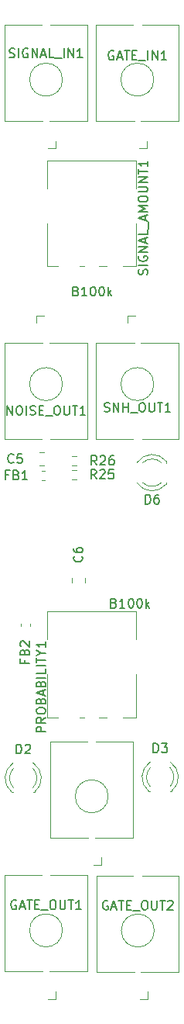
<source format=gbr>
%TF.GenerationSoftware,KiCad,Pcbnew,6.0.11+dfsg-1~bpo11+1*%
%TF.CreationDate,2023-06-07T14:09:25+08:00*%
%TF.ProjectId,MiniSNH v1.0 - Main,4d696e69-534e-4482-9076-312e30202d20,rev?*%
%TF.SameCoordinates,Original*%
%TF.FileFunction,Legend,Top*%
%TF.FilePolarity,Positive*%
%FSLAX46Y46*%
G04 Gerber Fmt 4.6, Leading zero omitted, Abs format (unit mm)*
G04 Created by KiCad (PCBNEW 6.0.11+dfsg-1~bpo11+1) date 2023-06-07 14:09:25*
%MOMM*%
%LPD*%
G01*
G04 APERTURE LIST*
%ADD10C,0.150000*%
%ADD11C,0.120000*%
G04 APERTURE END LIST*
D10*
%TO.C,R25*%
X145507142Y-112167380D02*
X145173809Y-111691190D01*
X144935714Y-112167380D02*
X144935714Y-111167380D01*
X145316666Y-111167380D01*
X145411904Y-111215000D01*
X145459523Y-111262619D01*
X145507142Y-111357857D01*
X145507142Y-111500714D01*
X145459523Y-111595952D01*
X145411904Y-111643571D01*
X145316666Y-111691190D01*
X144935714Y-111691190D01*
X145888095Y-111262619D02*
X145935714Y-111215000D01*
X146030952Y-111167380D01*
X146269047Y-111167380D01*
X146364285Y-111215000D01*
X146411904Y-111262619D01*
X146459523Y-111357857D01*
X146459523Y-111453095D01*
X146411904Y-111595952D01*
X145840476Y-112167380D01*
X146459523Y-112167380D01*
X147364285Y-111167380D02*
X146888095Y-111167380D01*
X146840476Y-111643571D01*
X146888095Y-111595952D01*
X146983333Y-111548333D01*
X147221428Y-111548333D01*
X147316666Y-111595952D01*
X147364285Y-111643571D01*
X147411904Y-111738809D01*
X147411904Y-111976904D01*
X147364285Y-112072142D01*
X147316666Y-112119761D01*
X147221428Y-112167380D01*
X146983333Y-112167380D01*
X146888095Y-112119761D01*
X146840476Y-112072142D01*
%TO.C,SNH_OUT1*%
X146380952Y-104804761D02*
X146523809Y-104852380D01*
X146761904Y-104852380D01*
X146857142Y-104804761D01*
X146904761Y-104757142D01*
X146952380Y-104661904D01*
X146952380Y-104566666D01*
X146904761Y-104471428D01*
X146857142Y-104423809D01*
X146761904Y-104376190D01*
X146571428Y-104328571D01*
X146476190Y-104280952D01*
X146428571Y-104233333D01*
X146380952Y-104138095D01*
X146380952Y-104042857D01*
X146428571Y-103947619D01*
X146476190Y-103900000D01*
X146571428Y-103852380D01*
X146809523Y-103852380D01*
X146952380Y-103900000D01*
X147380952Y-104852380D02*
X147380952Y-103852380D01*
X147952380Y-104852380D01*
X147952380Y-103852380D01*
X148428571Y-104852380D02*
X148428571Y-103852380D01*
X148428571Y-104328571D02*
X149000000Y-104328571D01*
X149000000Y-104852380D02*
X149000000Y-103852380D01*
X149238095Y-104947619D02*
X150000000Y-104947619D01*
X150428571Y-103852380D02*
X150619047Y-103852380D01*
X150714285Y-103900000D01*
X150809523Y-103995238D01*
X150857142Y-104185714D01*
X150857142Y-104519047D01*
X150809523Y-104709523D01*
X150714285Y-104804761D01*
X150619047Y-104852380D01*
X150428571Y-104852380D01*
X150333333Y-104804761D01*
X150238095Y-104709523D01*
X150190476Y-104519047D01*
X150190476Y-104185714D01*
X150238095Y-103995238D01*
X150333333Y-103900000D01*
X150428571Y-103852380D01*
X151285714Y-103852380D02*
X151285714Y-104661904D01*
X151333333Y-104757142D01*
X151380952Y-104804761D01*
X151476190Y-104852380D01*
X151666666Y-104852380D01*
X151761904Y-104804761D01*
X151809523Y-104757142D01*
X151857142Y-104661904D01*
X151857142Y-103852380D01*
X152190476Y-103852380D02*
X152761904Y-103852380D01*
X152476190Y-104852380D02*
X152476190Y-103852380D01*
X153619047Y-104852380D02*
X153047619Y-104852380D01*
X153333333Y-104852380D02*
X153333333Y-103852380D01*
X153238095Y-103995238D01*
X153142857Y-104090476D01*
X153047619Y-104138095D01*
%TO.C,C5*%
X136443333Y-110357142D02*
X136395714Y-110404761D01*
X136252857Y-110452380D01*
X136157619Y-110452380D01*
X136014761Y-110404761D01*
X135919523Y-110309523D01*
X135871904Y-110214285D01*
X135824285Y-110023809D01*
X135824285Y-109880952D01*
X135871904Y-109690476D01*
X135919523Y-109595238D01*
X136014761Y-109500000D01*
X136157619Y-109452380D01*
X136252857Y-109452380D01*
X136395714Y-109500000D01*
X136443333Y-109547619D01*
X137348095Y-109452380D02*
X136871904Y-109452380D01*
X136824285Y-109928571D01*
X136871904Y-109880952D01*
X136967142Y-109833333D01*
X137205238Y-109833333D01*
X137300476Y-109880952D01*
X137348095Y-109928571D01*
X137395714Y-110023809D01*
X137395714Y-110261904D01*
X137348095Y-110357142D01*
X137300476Y-110404761D01*
X137205238Y-110452380D01*
X136967142Y-110452380D01*
X136871904Y-110404761D01*
X136824285Y-110357142D01*
%TO.C,D6*%
X150880654Y-114912380D02*
X150880654Y-113912380D01*
X151118750Y-113912380D01*
X151261607Y-113960000D01*
X151356845Y-114055238D01*
X151404464Y-114150476D01*
X151452083Y-114340952D01*
X151452083Y-114483809D01*
X151404464Y-114674285D01*
X151356845Y-114769523D01*
X151261607Y-114864761D01*
X151118750Y-114912380D01*
X150880654Y-114912380D01*
X152309226Y-113912380D02*
X152118750Y-113912380D01*
X152023511Y-113960000D01*
X151975892Y-114007619D01*
X151880654Y-114150476D01*
X151833035Y-114340952D01*
X151833035Y-114721904D01*
X151880654Y-114817142D01*
X151928273Y-114864761D01*
X152023511Y-114912380D01*
X152213988Y-114912380D01*
X152309226Y-114864761D01*
X152356845Y-114817142D01*
X152404464Y-114721904D01*
X152404464Y-114483809D01*
X152356845Y-114388571D01*
X152309226Y-114340952D01*
X152213988Y-114293333D01*
X152023511Y-114293333D01*
X151928273Y-114340952D01*
X151880654Y-114388571D01*
X151833035Y-114483809D01*
%TO.C,GATE_IN1*%
X147380952Y-65500000D02*
X147285714Y-65452380D01*
X147142857Y-65452380D01*
X147000000Y-65500000D01*
X146904761Y-65595238D01*
X146857142Y-65690476D01*
X146809523Y-65880952D01*
X146809523Y-66023809D01*
X146857142Y-66214285D01*
X146904761Y-66309523D01*
X147000000Y-66404761D01*
X147142857Y-66452380D01*
X147238095Y-66452380D01*
X147380952Y-66404761D01*
X147428571Y-66357142D01*
X147428571Y-66023809D01*
X147238095Y-66023809D01*
X147809523Y-66166666D02*
X148285714Y-66166666D01*
X147714285Y-66452380D02*
X148047619Y-65452380D01*
X148380952Y-66452380D01*
X148571428Y-65452380D02*
X149142857Y-65452380D01*
X148857142Y-66452380D02*
X148857142Y-65452380D01*
X149476190Y-65928571D02*
X149809523Y-65928571D01*
X149952380Y-66452380D02*
X149476190Y-66452380D01*
X149476190Y-65452380D01*
X149952380Y-65452380D01*
X150142857Y-66547619D02*
X150904761Y-66547619D01*
X151142857Y-66452380D02*
X151142857Y-65452380D01*
X151619047Y-66452380D02*
X151619047Y-65452380D01*
X152190476Y-66452380D01*
X152190476Y-65452380D01*
X153190476Y-66452380D02*
X152619047Y-66452380D01*
X152904761Y-66452380D02*
X152904761Y-65452380D01*
X152809523Y-65595238D01*
X152714285Y-65690476D01*
X152619047Y-65738095D01*
%TO.C,D3*%
X151761904Y-142052380D02*
X151761904Y-141052380D01*
X152000000Y-141052380D01*
X152142857Y-141100000D01*
X152238095Y-141195238D01*
X152285714Y-141290476D01*
X152333333Y-141480952D01*
X152333333Y-141623809D01*
X152285714Y-141814285D01*
X152238095Y-141909523D01*
X152142857Y-142004761D01*
X152000000Y-142052380D01*
X151761904Y-142052380D01*
X152666666Y-141052380D02*
X153285714Y-141052380D01*
X152952380Y-141433333D01*
X153095238Y-141433333D01*
X153190476Y-141480952D01*
X153238095Y-141528571D01*
X153285714Y-141623809D01*
X153285714Y-141861904D01*
X153238095Y-141957142D01*
X153190476Y-142004761D01*
X153095238Y-142052380D01*
X152809523Y-142052380D01*
X152714285Y-142004761D01*
X152666666Y-141957142D01*
%TO.C,PROBABILITY1*%
X139952380Y-139780952D02*
X138952380Y-139780952D01*
X138952380Y-139400000D01*
X139000000Y-139304761D01*
X139047619Y-139257142D01*
X139142857Y-139209523D01*
X139285714Y-139209523D01*
X139380952Y-139257142D01*
X139428571Y-139304761D01*
X139476190Y-139400000D01*
X139476190Y-139780952D01*
X139952380Y-138209523D02*
X139476190Y-138542857D01*
X139952380Y-138780952D02*
X138952380Y-138780952D01*
X138952380Y-138400000D01*
X139000000Y-138304761D01*
X139047619Y-138257142D01*
X139142857Y-138209523D01*
X139285714Y-138209523D01*
X139380952Y-138257142D01*
X139428571Y-138304761D01*
X139476190Y-138400000D01*
X139476190Y-138780952D01*
X138952380Y-137590476D02*
X138952380Y-137400000D01*
X139000000Y-137304761D01*
X139095238Y-137209523D01*
X139285714Y-137161904D01*
X139619047Y-137161904D01*
X139809523Y-137209523D01*
X139904761Y-137304761D01*
X139952380Y-137400000D01*
X139952380Y-137590476D01*
X139904761Y-137685714D01*
X139809523Y-137780952D01*
X139619047Y-137828571D01*
X139285714Y-137828571D01*
X139095238Y-137780952D01*
X139000000Y-137685714D01*
X138952380Y-137590476D01*
X139428571Y-136400000D02*
X139476190Y-136257142D01*
X139523809Y-136209523D01*
X139619047Y-136161904D01*
X139761904Y-136161904D01*
X139857142Y-136209523D01*
X139904761Y-136257142D01*
X139952380Y-136352380D01*
X139952380Y-136733333D01*
X138952380Y-136733333D01*
X138952380Y-136400000D01*
X139000000Y-136304761D01*
X139047619Y-136257142D01*
X139142857Y-136209523D01*
X139238095Y-136209523D01*
X139333333Y-136257142D01*
X139380952Y-136304761D01*
X139428571Y-136400000D01*
X139428571Y-136733333D01*
X139666666Y-135780952D02*
X139666666Y-135304761D01*
X139952380Y-135876190D02*
X138952380Y-135542857D01*
X139952380Y-135209523D01*
X139428571Y-134542857D02*
X139476190Y-134400000D01*
X139523809Y-134352380D01*
X139619047Y-134304761D01*
X139761904Y-134304761D01*
X139857142Y-134352380D01*
X139904761Y-134400000D01*
X139952380Y-134495238D01*
X139952380Y-134876190D01*
X138952380Y-134876190D01*
X138952380Y-134542857D01*
X139000000Y-134447619D01*
X139047619Y-134400000D01*
X139142857Y-134352380D01*
X139238095Y-134352380D01*
X139333333Y-134400000D01*
X139380952Y-134447619D01*
X139428571Y-134542857D01*
X139428571Y-134876190D01*
X139952380Y-133876190D02*
X138952380Y-133876190D01*
X139952380Y-132923809D02*
X139952380Y-133400000D01*
X138952380Y-133400000D01*
X139952380Y-132590476D02*
X138952380Y-132590476D01*
X138952380Y-132257142D02*
X138952380Y-131685714D01*
X139952380Y-131971428D02*
X138952380Y-131971428D01*
X139476190Y-131161904D02*
X139952380Y-131161904D01*
X138952380Y-131495238D02*
X139476190Y-131161904D01*
X138952380Y-130828571D01*
X139952380Y-129971428D02*
X139952380Y-130542857D01*
X139952380Y-130257142D02*
X138952380Y-130257142D01*
X139095238Y-130352380D01*
X139190476Y-130447619D01*
X139238095Y-130542857D01*
X147438095Y-125728571D02*
X147580952Y-125776190D01*
X147628571Y-125823809D01*
X147676190Y-125919047D01*
X147676190Y-126061904D01*
X147628571Y-126157142D01*
X147580952Y-126204761D01*
X147485714Y-126252380D01*
X147104761Y-126252380D01*
X147104761Y-125252380D01*
X147438095Y-125252380D01*
X147533333Y-125300000D01*
X147580952Y-125347619D01*
X147628571Y-125442857D01*
X147628571Y-125538095D01*
X147580952Y-125633333D01*
X147533333Y-125680952D01*
X147438095Y-125728571D01*
X147104761Y-125728571D01*
X148628571Y-126252380D02*
X148057142Y-126252380D01*
X148342857Y-126252380D02*
X148342857Y-125252380D01*
X148247619Y-125395238D01*
X148152380Y-125490476D01*
X148057142Y-125538095D01*
X149247619Y-125252380D02*
X149342857Y-125252380D01*
X149438095Y-125300000D01*
X149485714Y-125347619D01*
X149533333Y-125442857D01*
X149580952Y-125633333D01*
X149580952Y-125871428D01*
X149533333Y-126061904D01*
X149485714Y-126157142D01*
X149438095Y-126204761D01*
X149342857Y-126252380D01*
X149247619Y-126252380D01*
X149152380Y-126204761D01*
X149104761Y-126157142D01*
X149057142Y-126061904D01*
X149009523Y-125871428D01*
X149009523Y-125633333D01*
X149057142Y-125442857D01*
X149104761Y-125347619D01*
X149152380Y-125300000D01*
X149247619Y-125252380D01*
X150200000Y-125252380D02*
X150295238Y-125252380D01*
X150390476Y-125300000D01*
X150438095Y-125347619D01*
X150485714Y-125442857D01*
X150533333Y-125633333D01*
X150533333Y-125871428D01*
X150485714Y-126061904D01*
X150438095Y-126157142D01*
X150390476Y-126204761D01*
X150295238Y-126252380D01*
X150200000Y-126252380D01*
X150104761Y-126204761D01*
X150057142Y-126157142D01*
X150009523Y-126061904D01*
X149961904Y-125871428D01*
X149961904Y-125633333D01*
X150009523Y-125442857D01*
X150057142Y-125347619D01*
X150104761Y-125300000D01*
X150200000Y-125252380D01*
X150961904Y-126252380D02*
X150961904Y-125252380D01*
X151057142Y-125871428D02*
X151342857Y-126252380D01*
X151342857Y-125585714D02*
X150961904Y-125966666D01*
%TO.C,D2*%
X136761904Y-142152380D02*
X136761904Y-141152380D01*
X137000000Y-141152380D01*
X137142857Y-141200000D01*
X137238095Y-141295238D01*
X137285714Y-141390476D01*
X137333333Y-141580952D01*
X137333333Y-141723809D01*
X137285714Y-141914285D01*
X137238095Y-142009523D01*
X137142857Y-142104761D01*
X137000000Y-142152380D01*
X136761904Y-142152380D01*
X137714285Y-141247619D02*
X137761904Y-141200000D01*
X137857142Y-141152380D01*
X138095238Y-141152380D01*
X138190476Y-141200000D01*
X138238095Y-141247619D01*
X138285714Y-141342857D01*
X138285714Y-141438095D01*
X138238095Y-141580952D01*
X137666666Y-142152380D01*
X138285714Y-142152380D01*
%TO.C,FB1*%
X135906666Y-111738571D02*
X135573333Y-111738571D01*
X135573333Y-112262380D02*
X135573333Y-111262380D01*
X136049523Y-111262380D01*
X136763809Y-111738571D02*
X136906666Y-111786190D01*
X136954285Y-111833809D01*
X137001904Y-111929047D01*
X137001904Y-112071904D01*
X136954285Y-112167142D01*
X136906666Y-112214761D01*
X136811428Y-112262380D01*
X136430476Y-112262380D01*
X136430476Y-111262380D01*
X136763809Y-111262380D01*
X136859047Y-111310000D01*
X136906666Y-111357619D01*
X136954285Y-111452857D01*
X136954285Y-111548095D01*
X136906666Y-111643333D01*
X136859047Y-111690952D01*
X136763809Y-111738571D01*
X136430476Y-111738571D01*
X137954285Y-112262380D02*
X137382857Y-112262380D01*
X137668571Y-112262380D02*
X137668571Y-111262380D01*
X137573333Y-111405238D01*
X137478095Y-111500476D01*
X137382857Y-111548095D01*
%TO.C,C6*%
X143907142Y-120616666D02*
X143954761Y-120664285D01*
X144002380Y-120807142D01*
X144002380Y-120902380D01*
X143954761Y-121045238D01*
X143859523Y-121140476D01*
X143764285Y-121188095D01*
X143573809Y-121235714D01*
X143430952Y-121235714D01*
X143240476Y-121188095D01*
X143145238Y-121140476D01*
X143050000Y-121045238D01*
X143002380Y-120902380D01*
X143002380Y-120807142D01*
X143050000Y-120664285D01*
X143097619Y-120616666D01*
X143002380Y-119759523D02*
X143002380Y-119950000D01*
X143050000Y-120045238D01*
X143097619Y-120092857D01*
X143240476Y-120188095D01*
X143430952Y-120235714D01*
X143811904Y-120235714D01*
X143907142Y-120188095D01*
X143954761Y-120140476D01*
X144002380Y-120045238D01*
X144002380Y-119854761D01*
X143954761Y-119759523D01*
X143907142Y-119711904D01*
X143811904Y-119664285D01*
X143573809Y-119664285D01*
X143478571Y-119711904D01*
X143430952Y-119759523D01*
X143383333Y-119854761D01*
X143383333Y-120045238D01*
X143430952Y-120140476D01*
X143478571Y-120188095D01*
X143573809Y-120235714D01*
%TO.C,GATE_OUT2*%
X146764285Y-158250000D02*
X146669047Y-158202380D01*
X146526190Y-158202380D01*
X146383333Y-158250000D01*
X146288095Y-158345238D01*
X146240476Y-158440476D01*
X146192857Y-158630952D01*
X146192857Y-158773809D01*
X146240476Y-158964285D01*
X146288095Y-159059523D01*
X146383333Y-159154761D01*
X146526190Y-159202380D01*
X146621428Y-159202380D01*
X146764285Y-159154761D01*
X146811904Y-159107142D01*
X146811904Y-158773809D01*
X146621428Y-158773809D01*
X147192857Y-158916666D02*
X147669047Y-158916666D01*
X147097619Y-159202380D02*
X147430952Y-158202380D01*
X147764285Y-159202380D01*
X147954761Y-158202380D02*
X148526190Y-158202380D01*
X148240476Y-159202380D02*
X148240476Y-158202380D01*
X148859523Y-158678571D02*
X149192857Y-158678571D01*
X149335714Y-159202380D02*
X148859523Y-159202380D01*
X148859523Y-158202380D01*
X149335714Y-158202380D01*
X149526190Y-159297619D02*
X150288095Y-159297619D01*
X150716666Y-158202380D02*
X150907142Y-158202380D01*
X151002380Y-158250000D01*
X151097619Y-158345238D01*
X151145238Y-158535714D01*
X151145238Y-158869047D01*
X151097619Y-159059523D01*
X151002380Y-159154761D01*
X150907142Y-159202380D01*
X150716666Y-159202380D01*
X150621428Y-159154761D01*
X150526190Y-159059523D01*
X150478571Y-158869047D01*
X150478571Y-158535714D01*
X150526190Y-158345238D01*
X150621428Y-158250000D01*
X150716666Y-158202380D01*
X151573809Y-158202380D02*
X151573809Y-159011904D01*
X151621428Y-159107142D01*
X151669047Y-159154761D01*
X151764285Y-159202380D01*
X151954761Y-159202380D01*
X152050000Y-159154761D01*
X152097619Y-159107142D01*
X152145238Y-159011904D01*
X152145238Y-158202380D01*
X152478571Y-158202380D02*
X153050000Y-158202380D01*
X152764285Y-159202380D02*
X152764285Y-158202380D01*
X153335714Y-158297619D02*
X153383333Y-158250000D01*
X153478571Y-158202380D01*
X153716666Y-158202380D01*
X153811904Y-158250000D01*
X153859523Y-158297619D01*
X153907142Y-158392857D01*
X153907142Y-158488095D01*
X153859523Y-158630952D01*
X153288095Y-159202380D01*
X153907142Y-159202380D01*
%TO.C,SIGNAL_IN1*%
X136000000Y-66154761D02*
X136142857Y-66202380D01*
X136380952Y-66202380D01*
X136476190Y-66154761D01*
X136523809Y-66107142D01*
X136571428Y-66011904D01*
X136571428Y-65916666D01*
X136523809Y-65821428D01*
X136476190Y-65773809D01*
X136380952Y-65726190D01*
X136190476Y-65678571D01*
X136095238Y-65630952D01*
X136047619Y-65583333D01*
X136000000Y-65488095D01*
X136000000Y-65392857D01*
X136047619Y-65297619D01*
X136095238Y-65250000D01*
X136190476Y-65202380D01*
X136428571Y-65202380D01*
X136571428Y-65250000D01*
X137000000Y-66202380D02*
X137000000Y-65202380D01*
X138000000Y-65250000D02*
X137904761Y-65202380D01*
X137761904Y-65202380D01*
X137619047Y-65250000D01*
X137523809Y-65345238D01*
X137476190Y-65440476D01*
X137428571Y-65630952D01*
X137428571Y-65773809D01*
X137476190Y-65964285D01*
X137523809Y-66059523D01*
X137619047Y-66154761D01*
X137761904Y-66202380D01*
X137857142Y-66202380D01*
X138000000Y-66154761D01*
X138047619Y-66107142D01*
X138047619Y-65773809D01*
X137857142Y-65773809D01*
X138476190Y-66202380D02*
X138476190Y-65202380D01*
X139047619Y-66202380D01*
X139047619Y-65202380D01*
X139476190Y-65916666D02*
X139952380Y-65916666D01*
X139380952Y-66202380D02*
X139714285Y-65202380D01*
X140047619Y-66202380D01*
X140857142Y-66202380D02*
X140380952Y-66202380D01*
X140380952Y-65202380D01*
X140952380Y-66297619D02*
X141714285Y-66297619D01*
X141952380Y-66202380D02*
X141952380Y-65202380D01*
X142428571Y-66202380D02*
X142428571Y-65202380D01*
X143000000Y-66202380D01*
X143000000Y-65202380D01*
X144000000Y-66202380D02*
X143428571Y-66202380D01*
X143714285Y-66202380D02*
X143714285Y-65202380D01*
X143619047Y-65345238D01*
X143523809Y-65440476D01*
X143428571Y-65488095D01*
%TO.C,R26*%
X145557142Y-110652380D02*
X145223809Y-110176190D01*
X144985714Y-110652380D02*
X144985714Y-109652380D01*
X145366666Y-109652380D01*
X145461904Y-109700000D01*
X145509523Y-109747619D01*
X145557142Y-109842857D01*
X145557142Y-109985714D01*
X145509523Y-110080952D01*
X145461904Y-110128571D01*
X145366666Y-110176190D01*
X144985714Y-110176190D01*
X145938095Y-109747619D02*
X145985714Y-109700000D01*
X146080952Y-109652380D01*
X146319047Y-109652380D01*
X146414285Y-109700000D01*
X146461904Y-109747619D01*
X146509523Y-109842857D01*
X146509523Y-109938095D01*
X146461904Y-110080952D01*
X145890476Y-110652380D01*
X146509523Y-110652380D01*
X147366666Y-109652380D02*
X147176190Y-109652380D01*
X147080952Y-109700000D01*
X147033333Y-109747619D01*
X146938095Y-109890476D01*
X146890476Y-110080952D01*
X146890476Y-110461904D01*
X146938095Y-110557142D01*
X146985714Y-110604761D01*
X147080952Y-110652380D01*
X147271428Y-110652380D01*
X147366666Y-110604761D01*
X147414285Y-110557142D01*
X147461904Y-110461904D01*
X147461904Y-110223809D01*
X147414285Y-110128571D01*
X147366666Y-110080952D01*
X147271428Y-110033333D01*
X147080952Y-110033333D01*
X146985714Y-110080952D01*
X146938095Y-110128571D01*
X146890476Y-110223809D01*
%TO.C,NOISE_OUT1*%
X135738095Y-105202380D02*
X135738095Y-104202380D01*
X136309523Y-105202380D01*
X136309523Y-104202380D01*
X136976190Y-104202380D02*
X137166666Y-104202380D01*
X137261904Y-104250000D01*
X137357142Y-104345238D01*
X137404761Y-104535714D01*
X137404761Y-104869047D01*
X137357142Y-105059523D01*
X137261904Y-105154761D01*
X137166666Y-105202380D01*
X136976190Y-105202380D01*
X136880952Y-105154761D01*
X136785714Y-105059523D01*
X136738095Y-104869047D01*
X136738095Y-104535714D01*
X136785714Y-104345238D01*
X136880952Y-104250000D01*
X136976190Y-104202380D01*
X137833333Y-105202380D02*
X137833333Y-104202380D01*
X138261904Y-105154761D02*
X138404761Y-105202380D01*
X138642857Y-105202380D01*
X138738095Y-105154761D01*
X138785714Y-105107142D01*
X138833333Y-105011904D01*
X138833333Y-104916666D01*
X138785714Y-104821428D01*
X138738095Y-104773809D01*
X138642857Y-104726190D01*
X138452380Y-104678571D01*
X138357142Y-104630952D01*
X138309523Y-104583333D01*
X138261904Y-104488095D01*
X138261904Y-104392857D01*
X138309523Y-104297619D01*
X138357142Y-104250000D01*
X138452380Y-104202380D01*
X138690476Y-104202380D01*
X138833333Y-104250000D01*
X139261904Y-104678571D02*
X139595238Y-104678571D01*
X139738095Y-105202380D02*
X139261904Y-105202380D01*
X139261904Y-104202380D01*
X139738095Y-104202380D01*
X139928571Y-105297619D02*
X140690476Y-105297619D01*
X141119047Y-104202380D02*
X141309523Y-104202380D01*
X141404761Y-104250000D01*
X141500000Y-104345238D01*
X141547619Y-104535714D01*
X141547619Y-104869047D01*
X141500000Y-105059523D01*
X141404761Y-105154761D01*
X141309523Y-105202380D01*
X141119047Y-105202380D01*
X141023809Y-105154761D01*
X140928571Y-105059523D01*
X140880952Y-104869047D01*
X140880952Y-104535714D01*
X140928571Y-104345238D01*
X141023809Y-104250000D01*
X141119047Y-104202380D01*
X141976190Y-104202380D02*
X141976190Y-105011904D01*
X142023809Y-105107142D01*
X142071428Y-105154761D01*
X142166666Y-105202380D01*
X142357142Y-105202380D01*
X142452380Y-105154761D01*
X142500000Y-105107142D01*
X142547619Y-105011904D01*
X142547619Y-104202380D01*
X142880952Y-104202380D02*
X143452380Y-104202380D01*
X143166666Y-105202380D02*
X143166666Y-104202380D01*
X144309523Y-105202380D02*
X143738095Y-105202380D01*
X144023809Y-105202380D02*
X144023809Y-104202380D01*
X143928571Y-104345238D01*
X143833333Y-104440476D01*
X143738095Y-104488095D01*
%TO.C,FB2*%
X137658571Y-131933333D02*
X137658571Y-132266666D01*
X138182380Y-132266666D02*
X137182380Y-132266666D01*
X137182380Y-131790476D01*
X137658571Y-131076190D02*
X137706190Y-130933333D01*
X137753809Y-130885714D01*
X137849047Y-130838095D01*
X137991904Y-130838095D01*
X138087142Y-130885714D01*
X138134761Y-130933333D01*
X138182380Y-131028571D01*
X138182380Y-131409523D01*
X137182380Y-131409523D01*
X137182380Y-131076190D01*
X137230000Y-130980952D01*
X137277619Y-130933333D01*
X137372857Y-130885714D01*
X137468095Y-130885714D01*
X137563333Y-130933333D01*
X137610952Y-130980952D01*
X137658571Y-131076190D01*
X137658571Y-131409523D01*
X137277619Y-130457142D02*
X137230000Y-130409523D01*
X137182380Y-130314285D01*
X137182380Y-130076190D01*
X137230000Y-129980952D01*
X137277619Y-129933333D01*
X137372857Y-129885714D01*
X137468095Y-129885714D01*
X137610952Y-129933333D01*
X138182380Y-130504761D01*
X138182380Y-129885714D01*
%TO.C,SIGNAL_AMOUNT1*%
X151079761Y-89865476D02*
X151127380Y-89722619D01*
X151127380Y-89484523D01*
X151079761Y-89389285D01*
X151032142Y-89341666D01*
X150936904Y-89294047D01*
X150841666Y-89294047D01*
X150746428Y-89341666D01*
X150698809Y-89389285D01*
X150651190Y-89484523D01*
X150603571Y-89675000D01*
X150555952Y-89770238D01*
X150508333Y-89817857D01*
X150413095Y-89865476D01*
X150317857Y-89865476D01*
X150222619Y-89817857D01*
X150175000Y-89770238D01*
X150127380Y-89675000D01*
X150127380Y-89436904D01*
X150175000Y-89294047D01*
X151127380Y-88865476D02*
X150127380Y-88865476D01*
X150175000Y-87865476D02*
X150127380Y-87960714D01*
X150127380Y-88103571D01*
X150175000Y-88246428D01*
X150270238Y-88341666D01*
X150365476Y-88389285D01*
X150555952Y-88436904D01*
X150698809Y-88436904D01*
X150889285Y-88389285D01*
X150984523Y-88341666D01*
X151079761Y-88246428D01*
X151127380Y-88103571D01*
X151127380Y-88008333D01*
X151079761Y-87865476D01*
X151032142Y-87817857D01*
X150698809Y-87817857D01*
X150698809Y-88008333D01*
X151127380Y-87389285D02*
X150127380Y-87389285D01*
X151127380Y-86817857D01*
X150127380Y-86817857D01*
X150841666Y-86389285D02*
X150841666Y-85913095D01*
X151127380Y-86484523D02*
X150127380Y-86151190D01*
X151127380Y-85817857D01*
X151127380Y-85008333D02*
X151127380Y-85484523D01*
X150127380Y-85484523D01*
X151222619Y-84913095D02*
X151222619Y-84151190D01*
X150841666Y-83960714D02*
X150841666Y-83484523D01*
X151127380Y-84055952D02*
X150127380Y-83722619D01*
X151127380Y-83389285D01*
X151127380Y-83055952D02*
X150127380Y-83055952D01*
X150841666Y-82722619D01*
X150127380Y-82389285D01*
X151127380Y-82389285D01*
X150127380Y-81722619D02*
X150127380Y-81532142D01*
X150175000Y-81436904D01*
X150270238Y-81341666D01*
X150460714Y-81294047D01*
X150794047Y-81294047D01*
X150984523Y-81341666D01*
X151079761Y-81436904D01*
X151127380Y-81532142D01*
X151127380Y-81722619D01*
X151079761Y-81817857D01*
X150984523Y-81913095D01*
X150794047Y-81960714D01*
X150460714Y-81960714D01*
X150270238Y-81913095D01*
X150175000Y-81817857D01*
X150127380Y-81722619D01*
X150127380Y-80865476D02*
X150936904Y-80865476D01*
X151032142Y-80817857D01*
X151079761Y-80770238D01*
X151127380Y-80675000D01*
X151127380Y-80484523D01*
X151079761Y-80389285D01*
X151032142Y-80341666D01*
X150936904Y-80294047D01*
X150127380Y-80294047D01*
X151127380Y-79817857D02*
X150127380Y-79817857D01*
X151127380Y-79246428D01*
X150127380Y-79246428D01*
X150127380Y-78913095D02*
X150127380Y-78341666D01*
X151127380Y-78627380D02*
X150127380Y-78627380D01*
X151127380Y-77484523D02*
X151127380Y-78055952D01*
X151127380Y-77770238D02*
X150127380Y-77770238D01*
X150270238Y-77865476D01*
X150365476Y-77960714D01*
X150413095Y-78055952D01*
X143288095Y-91678571D02*
X143430952Y-91726190D01*
X143478571Y-91773809D01*
X143526190Y-91869047D01*
X143526190Y-92011904D01*
X143478571Y-92107142D01*
X143430952Y-92154761D01*
X143335714Y-92202380D01*
X142954761Y-92202380D01*
X142954761Y-91202380D01*
X143288095Y-91202380D01*
X143383333Y-91250000D01*
X143430952Y-91297619D01*
X143478571Y-91392857D01*
X143478571Y-91488095D01*
X143430952Y-91583333D01*
X143383333Y-91630952D01*
X143288095Y-91678571D01*
X142954761Y-91678571D01*
X144478571Y-92202380D02*
X143907142Y-92202380D01*
X144192857Y-92202380D02*
X144192857Y-91202380D01*
X144097619Y-91345238D01*
X144002380Y-91440476D01*
X143907142Y-91488095D01*
X145097619Y-91202380D02*
X145192857Y-91202380D01*
X145288095Y-91250000D01*
X145335714Y-91297619D01*
X145383333Y-91392857D01*
X145430952Y-91583333D01*
X145430952Y-91821428D01*
X145383333Y-92011904D01*
X145335714Y-92107142D01*
X145288095Y-92154761D01*
X145192857Y-92202380D01*
X145097619Y-92202380D01*
X145002380Y-92154761D01*
X144954761Y-92107142D01*
X144907142Y-92011904D01*
X144859523Y-91821428D01*
X144859523Y-91583333D01*
X144907142Y-91392857D01*
X144954761Y-91297619D01*
X145002380Y-91250000D01*
X145097619Y-91202380D01*
X146050000Y-91202380D02*
X146145238Y-91202380D01*
X146240476Y-91250000D01*
X146288095Y-91297619D01*
X146335714Y-91392857D01*
X146383333Y-91583333D01*
X146383333Y-91821428D01*
X146335714Y-92011904D01*
X146288095Y-92107142D01*
X146240476Y-92154761D01*
X146145238Y-92202380D01*
X146050000Y-92202380D01*
X145954761Y-92154761D01*
X145907142Y-92107142D01*
X145859523Y-92011904D01*
X145811904Y-91821428D01*
X145811904Y-91583333D01*
X145859523Y-91392857D01*
X145907142Y-91297619D01*
X145954761Y-91250000D01*
X146050000Y-91202380D01*
X146811904Y-92202380D02*
X146811904Y-91202380D01*
X146907142Y-91821428D02*
X147192857Y-92202380D01*
X147192857Y-91535714D02*
X146811904Y-91916666D01*
%TO.C,GATE_OUT1*%
X136714285Y-158200000D02*
X136619047Y-158152380D01*
X136476190Y-158152380D01*
X136333333Y-158200000D01*
X136238095Y-158295238D01*
X136190476Y-158390476D01*
X136142857Y-158580952D01*
X136142857Y-158723809D01*
X136190476Y-158914285D01*
X136238095Y-159009523D01*
X136333333Y-159104761D01*
X136476190Y-159152380D01*
X136571428Y-159152380D01*
X136714285Y-159104761D01*
X136761904Y-159057142D01*
X136761904Y-158723809D01*
X136571428Y-158723809D01*
X137142857Y-158866666D02*
X137619047Y-158866666D01*
X137047619Y-159152380D02*
X137380952Y-158152380D01*
X137714285Y-159152380D01*
X137904761Y-158152380D02*
X138476190Y-158152380D01*
X138190476Y-159152380D02*
X138190476Y-158152380D01*
X138809523Y-158628571D02*
X139142857Y-158628571D01*
X139285714Y-159152380D02*
X138809523Y-159152380D01*
X138809523Y-158152380D01*
X139285714Y-158152380D01*
X139476190Y-159247619D02*
X140238095Y-159247619D01*
X140666666Y-158152380D02*
X140857142Y-158152380D01*
X140952380Y-158200000D01*
X141047619Y-158295238D01*
X141095238Y-158485714D01*
X141095238Y-158819047D01*
X141047619Y-159009523D01*
X140952380Y-159104761D01*
X140857142Y-159152380D01*
X140666666Y-159152380D01*
X140571428Y-159104761D01*
X140476190Y-159009523D01*
X140428571Y-158819047D01*
X140428571Y-158485714D01*
X140476190Y-158295238D01*
X140571428Y-158200000D01*
X140666666Y-158152380D01*
X141523809Y-158152380D02*
X141523809Y-158961904D01*
X141571428Y-159057142D01*
X141619047Y-159104761D01*
X141714285Y-159152380D01*
X141904761Y-159152380D01*
X142000000Y-159104761D01*
X142047619Y-159057142D01*
X142095238Y-158961904D01*
X142095238Y-158152380D01*
X142428571Y-158152380D02*
X143000000Y-158152380D01*
X142714285Y-159152380D02*
X142714285Y-158152380D01*
X143857142Y-159152380D02*
X143285714Y-159152380D01*
X143571428Y-159152380D02*
X143571428Y-158152380D01*
X143476190Y-158295238D01*
X143380952Y-158390476D01*
X143285714Y-158438095D01*
D11*
%TO.C,R25*%
X142845276Y-111202500D02*
X143354724Y-111202500D01*
X142845276Y-112247500D02*
X143354724Y-112247500D01*
%TO.C,SNH_OUT1*%
X148940000Y-94350000D02*
X148940000Y-95150000D01*
X154500000Y-107830000D02*
X150500000Y-107830000D01*
X149650000Y-97330000D02*
X145500000Y-97330000D01*
X148940000Y-94350000D02*
X149800000Y-94350000D01*
X154500000Y-97330000D02*
X150350000Y-97330000D01*
X149500000Y-107830000D02*
X145500000Y-107830000D01*
X145500000Y-97330000D02*
X145500000Y-107830000D01*
X154500000Y-97330000D02*
X154500000Y-107830000D01*
X151800000Y-101830000D02*
G75*
G03*
X151800000Y-101830000I-1800000J0D01*
G01*
%TO.C,C5*%
X139761252Y-109265000D02*
X139238748Y-109265000D01*
X139761252Y-110735000D02*
X139238748Y-110735000D01*
%TO.C,D6*%
X153178750Y-112736000D02*
X153178750Y-112580000D01*
X153178750Y-110420000D02*
X153178750Y-110264000D01*
X153178750Y-110264484D02*
G75*
G03*
X149946415Y-110421392I-1560000J-1235516D01*
G01*
X150577620Y-112579837D02*
G75*
G03*
X152659711Y-112580000I1041130J1079837D01*
G01*
X149946415Y-112578608D02*
G75*
G03*
X153178750Y-112735516I1672335J1078608D01*
G01*
X152659711Y-110420000D02*
G75*
G03*
X150577620Y-110420163I-1040961J-1080000D01*
G01*
%TO.C,GATE_IN1*%
X145500000Y-62600000D02*
X149500000Y-62600000D01*
X151060000Y-76080000D02*
X151060000Y-75280000D01*
X150500000Y-62600000D02*
X154500000Y-62600000D01*
X154500000Y-73100000D02*
X154500000Y-62600000D01*
X145500000Y-73100000D02*
X145500000Y-62600000D01*
X150350000Y-73100000D02*
X154500000Y-73100000D01*
X145500000Y-73100000D02*
X149650000Y-73100000D01*
X151060000Y-76080000D02*
X150200000Y-76080000D01*
X151800000Y-68600000D02*
G75*
G03*
X151800000Y-68600000I-1800000J0D01*
G01*
%TO.C,D3*%
X151264000Y-146290000D02*
X151420000Y-146290000D01*
X153580000Y-146290000D02*
X153736000Y-146290000D01*
X151420163Y-143688870D02*
G75*
G03*
X151420000Y-145770961I1079837J-1041130D01*
G01*
X153735516Y-146290000D02*
G75*
G03*
X153578608Y-143057665I-1235516J1560000D01*
G01*
X153580000Y-145770961D02*
G75*
G03*
X153579837Y-143688870I-1080000J1040961D01*
G01*
X151421392Y-143057665D02*
G75*
G03*
X151264484Y-146290000I1078608J-1672335D01*
G01*
%TO.C,PROBABILITY1*%
X141310000Y-138195000D02*
X140130000Y-138195000D01*
X149870000Y-129665000D02*
X149870000Y-126605000D01*
X140130000Y-129665000D02*
X140130000Y-126605000D01*
X146660000Y-138195000D02*
X145830000Y-138195000D01*
X140120000Y-138195000D02*
X140120000Y-133475000D01*
X149870000Y-138195000D02*
X148380000Y-138195000D01*
X149870000Y-126605000D02*
X140130000Y-126605000D01*
X144210000Y-138195000D02*
X143680000Y-138195000D01*
X149870000Y-138195000D02*
X149870000Y-133475000D01*
%TO.C,D2*%
X138580000Y-146390000D02*
X138736000Y-146390000D01*
X136264000Y-146390000D02*
X136420000Y-146390000D01*
X138735516Y-146390000D02*
G75*
G03*
X138578608Y-143157665I-1235516J1560000D01*
G01*
X138580000Y-145870961D02*
G75*
G03*
X138579837Y-143788870I-1080000J1040961D01*
G01*
X136421392Y-143157665D02*
G75*
G03*
X136264484Y-146390000I1078608J-1672335D01*
G01*
X136420163Y-143788870D02*
G75*
G03*
X136420000Y-145870961I1079837J-1041130D01*
G01*
%TO.C,PROB_IN1*%
X145350000Y-151320000D02*
X149500000Y-151320000D01*
X145500000Y-140820000D02*
X149500000Y-140820000D01*
X146060000Y-154300000D02*
X146060000Y-153500000D01*
X146060000Y-154300000D02*
X145200000Y-154300000D01*
X140500000Y-151320000D02*
X144650000Y-151320000D01*
X140500000Y-151320000D02*
X140500000Y-140820000D01*
X140500000Y-140820000D02*
X144500000Y-140820000D01*
X149500000Y-151320000D02*
X149500000Y-140820000D01*
X146800000Y-146820000D02*
G75*
G03*
X146800000Y-146820000I-1800000J0D01*
G01*
%TO.C,FB1*%
X139553733Y-112310000D02*
X139846267Y-112310000D01*
X139553733Y-111290000D02*
X139846267Y-111290000D01*
%TO.C,C6*%
X142815000Y-122988748D02*
X142815000Y-123511252D01*
X144285000Y-122988748D02*
X144285000Y-123511252D01*
%TO.C,GATE_OUT2*%
X154550000Y-165970000D02*
X154550000Y-155470000D01*
X150550000Y-155470000D02*
X154550000Y-155470000D01*
X150400000Y-165970000D02*
X154550000Y-165970000D01*
X151110000Y-168950000D02*
X151110000Y-168150000D01*
X151110000Y-168950000D02*
X150250000Y-168950000D01*
X145550000Y-165970000D02*
X145550000Y-155470000D01*
X145550000Y-155470000D02*
X149550000Y-155470000D01*
X145550000Y-165970000D02*
X149700000Y-165970000D01*
X151850000Y-161470000D02*
G75*
G03*
X151850000Y-161470000I-1800000J0D01*
G01*
%TO.C,SIGNAL_IN1*%
X135500000Y-73100000D02*
X135500000Y-62600000D01*
X135500000Y-62600000D02*
X139500000Y-62600000D01*
X144500000Y-73100000D02*
X144500000Y-62600000D01*
X135500000Y-73100000D02*
X139650000Y-73100000D01*
X141060000Y-76080000D02*
X140200000Y-76080000D01*
X140500000Y-62600000D02*
X144500000Y-62600000D01*
X140350000Y-73100000D02*
X144500000Y-73100000D01*
X141060000Y-76080000D02*
X141060000Y-75280000D01*
X141800000Y-68600000D02*
G75*
G03*
X141800000Y-68600000I-1800000J0D01*
G01*
%TO.C,R26*%
X143354724Y-109677500D02*
X142845276Y-109677500D01*
X143354724Y-110722500D02*
X142845276Y-110722500D01*
%TO.C,NOISE_OUT1*%
X138940000Y-94350000D02*
X139800000Y-94350000D01*
X139650000Y-97330000D02*
X135500000Y-97330000D01*
X139500000Y-107830000D02*
X135500000Y-107830000D01*
X144500000Y-97330000D02*
X144500000Y-107830000D01*
X138940000Y-94350000D02*
X138940000Y-95150000D01*
X144500000Y-107830000D02*
X140500000Y-107830000D01*
X135500000Y-97330000D02*
X135500000Y-107830000D01*
X144500000Y-97330000D02*
X140350000Y-97330000D01*
X141800000Y-101830000D02*
G75*
G03*
X141800000Y-101830000I-1800000J0D01*
G01*
%TO.C,FB2*%
X138260000Y-127953733D02*
X138260000Y-128246267D01*
X137240000Y-127953733D02*
X137240000Y-128246267D01*
%TO.C,SIGNAL_AMOUNT1*%
X140120000Y-88995000D02*
X140120000Y-84275000D01*
X144210000Y-88995000D02*
X143680000Y-88995000D01*
X141310000Y-88995000D02*
X140130000Y-88995000D01*
X146660000Y-88995000D02*
X145830000Y-88995000D01*
X140130000Y-80465000D02*
X140130000Y-77405000D01*
X149870000Y-88995000D02*
X148380000Y-88995000D01*
X149870000Y-80465000D02*
X149870000Y-77405000D01*
X149870000Y-77405000D02*
X140130000Y-77405000D01*
X149870000Y-88995000D02*
X149870000Y-84275000D01*
%TO.C,GATE_OUT1*%
X144500000Y-165950000D02*
X144500000Y-155450000D01*
X135500000Y-165950000D02*
X135500000Y-155450000D01*
X140350000Y-165950000D02*
X144500000Y-165950000D01*
X135500000Y-165950000D02*
X139650000Y-165950000D01*
X140500000Y-155450000D02*
X144500000Y-155450000D01*
X141060000Y-168930000D02*
X140200000Y-168930000D01*
X135500000Y-155450000D02*
X139500000Y-155450000D01*
X141060000Y-168930000D02*
X141060000Y-168130000D01*
X141800000Y-161450000D02*
G75*
G03*
X141800000Y-161450000I-1800000J0D01*
G01*
%TD*%
M02*

</source>
